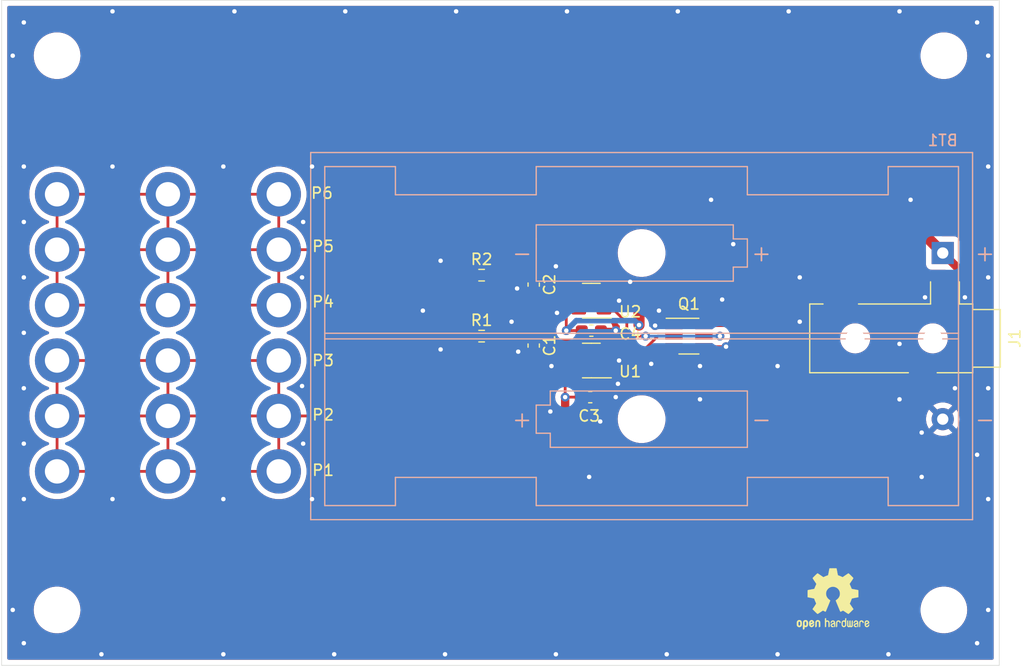
<source format=kicad_pcb>
(kicad_pcb (version 20201116) (generator pcbnew)
  (layers (0 "F.Cu" signal) (31 "B.Cu" signal) (34 "B.Paste" user) (35 "F.Paste" user) (36 "B.SilkS" user "B.Silkscreen") (37 "F.SilkS" user "F.Silkscreen") (38 "B.Mask" user) (39 "F.Mask" user) (44 "Edge.Cuts" user))
  (net 0 "")
  (net 1 "GND")
  (net 2 "+BATT")
  (net 3 "Net-(C1-Pad2)")
  (net 4 "Net-(C1-Pad1)")
  (net 5 "Net-(C2-Pad2)")
  (net 6 "Net-(C2-Pad1)")
  (net 7 "Net-(J1-PadT)")
  (net 8 "Net-(J1-PadR)")
  (net 9 "Net-(Q1-Pad5)")
  (net 10 "Net-(Q1-Pad2)")
  (net 11 "Net-(R1-Pad1)")
  (net 12 "Net-(R2-Pad1)")
  (footprint "Capacitor_SMD:C_0603_1608Metric_Pad1.08x0.95mm_HandSolder" (layer "F.Cu") (at 158 106.15 -90)
    (fp_text reference "C1" (at 0 -1.43 90) (layer "F.SilkS"))
    (fp_text value "2.2nF")
    (pad "1" smd roundrect (at -0.8625 0 270) (size 1.075 0.95) (layers "F.Cu" "F.Paste" "F.Mask") (net 4 "Net-(C1-Pad1)"))
    (pad "2" smd roundrect (at 0.8625 0 270) (size 1.075 0.95) (layers "F.Cu" "F.Paste" "F.Mask") (net 3 "Net-(C1-Pad2)"))
  )
  (footprint "MountingHole:MountingHole_3.2mm_M3" (layer "F.Cu") (at 115 80)
    (fp_text reference "H4" hide)
    (fp_text value "MountingHole")
    (pad "1" np_thru_hole circle (at 0 0) (size 3.2 3.2) (drill 3.2) (layers *.Cu *.Mask))
  )
  (footprint "Package_TO_SOT_SMD:SOT-23-6" (layer "F.Cu") (at 163.2 107.5 180)
    (fp_text reference "U1" (at -3.5 -1) (layer "F.SilkS"))
    (fp_text value "AT42QT1011-TSHR")
    (pad "1" smd roundrect (at -1.1375 -0.95 180) (size 1.325 0.6) (layers "F.Cu" "F.Paste" "F.Mask") (net 10 "Net-(Q1-Pad2)"))
    (pad "2" smd roundrect (at -1.1375 0 180) (size 1.325 0.6) (layers "F.Cu" "F.Paste" "F.Mask") (net 1 "GND"))
    (pad "3" smd roundrect (at -1.1375 0.95 180) (size 1.325 0.6) (layers "F.Cu" "F.Paste" "F.Mask") (net 4 "Net-(C1-Pad1)"))
    (pad "4" smd roundrect (at 1.1375 0.95 180) (size 1.325 0.6) (layers "F.Cu" "F.Paste" "F.Mask") (net 3 "Net-(C1-Pad2)"))
    (pad "5" smd roundrect (at 1.1375 0 180) (size 1.325 0.6) (layers "F.Cu" "F.Paste" "F.Mask") (net 2 "+BATT"))
    (pad "6" smd roundrect (at 1.1375 -0.95 180) (size 1.325 0.6) (layers "F.Cu" "F.Paste" "F.Mask") (net 2 "+BATT"))
  )
  (footprint "08-TouchKey:PaddleBase" (layer "F.Cu") (at 125 102.5)
    (fp_text reference "P4" (at 14 -0.3 unlocked) (layer "F.SilkS"))
    (fp_text value "TouchPaddles")
    (pad "1" thru_hole circle (at -10 0) (size 4 4) (drill 2.2) (layers *.Cu *.Mask) (net 12 "Net-(R2-Pad1)"))
    (pad "1" thru_hole circle (at 10 0) (size 4 4) (drill 2.2) (layers *.Cu *.Mask) (net 12 "Net-(R2-Pad1)"))
    (pad "1" thru_hole circle (at 0 0) (size 4 4) (drill 2.2) (layers *.Cu *.Mask) (net 12 "Net-(R2-Pad1)"))
  )
  (footprint "Capacitor_SMD:C_0603_1608Metric_Pad1.08x0.95mm_HandSolder" (layer "F.Cu") (at 163.2 104.8)
    (fp_text reference "C4" (at 3.5 0.3) (layer "F.SilkS"))
    (fp_text value "100nF")
    (pad "1" smd roundrect (at -0.8625 0) (size 1.075 0.95) (layers "F.Cu" "F.Paste" "F.Mask") (net 2 "+BATT"))
    (pad "2" smd roundrect (at 0.8625 0) (size 1.075 0.95) (layers "F.Cu" "F.Paste" "F.Mask") (net 1 "GND"))
  )
  (footprint "MountingHole:MountingHole_3.2mm_M3" (layer "F.Cu") (at 115 130)
    (fp_text reference "H2" hide)
    (fp_text value "MountingHole")
    (pad "1" np_thru_hole circle (at 0 0) (size 3.2 3.2) (drill 3.2) (layers *.Cu *.Mask))
  )
  (footprint "Resistor_SMD:R_0603_1608Metric_Pad0.98x0.95mm_HandSolder" (layer "F.Cu") (at 153.3 105.3)
    (fp_text reference "R1" (at 0 -1.43) (layer "F.SilkS"))
    (fp_text value "22k")
    (pad "1" smd roundrect (at -0.9125 0) (size 0.975 0.95) (layers "F.Cu" "F.Paste" "F.Mask") (net 11 "Net-(R1-Pad1)"))
    (pad "2" smd roundrect (at 0.9125 0) (size 0.975 0.95) (layers "F.Cu" "F.Paste" "F.Mask") (net 4 "Net-(C1-Pad1)"))
  )
  (footprint "Capacitor_SMD:C_0603_1608Metric_Pad1.08x0.95mm_HandSolder" (layer "F.Cu") (at 158 100.65 -90)
    (fp_text reference "C2" (at 0 -1.43 90) (layer "F.SilkS"))
    (fp_text value "2.2nF")
    (pad "1" smd roundrect (at -0.8625 0 270) (size 1.075 0.95) (layers "F.Cu" "F.Paste" "F.Mask") (net 6 "Net-(C2-Pad1)"))
    (pad "2" smd roundrect (at 0.8625 0 270) (size 1.075 0.95) (layers "F.Cu" "F.Paste" "F.Mask") (net 5 "Net-(C2-Pad2)"))
  )
  (footprint "MountingHole:MountingHole_3.2mm_M3" (layer "F.Cu") (at 195 130)
    (fp_text reference "H1" hide)
    (fp_text value "MountingHole")
    (pad "1" np_thru_hole circle (at 0 0) (size 3.2 3.2) (drill 3.2) (layers *.Cu *.Mask))
  )
  (footprint "08-TouchKey:PaddleBase" (layer "F.Cu") (at 125 107.5)
    (fp_text reference "P3" (at 14 0 unlocked) (layer "F.SilkS"))
    (fp_text value "TouchPaddles")
    (pad "1" thru_hole circle (at 0 0) (size 4 4) (drill 2.2) (layers *.Cu *.Mask) (net 11 "Net-(R1-Pad1)"))
    (pad "1" thru_hole circle (at 10 0) (size 4 4) (drill 2.2) (layers *.Cu *.Mask) (net 11 "Net-(R1-Pad1)"))
    (pad "1" thru_hole circle (at -10 0) (size 4 4) (drill 2.2) (layers *.Cu *.Mask) (net 11 "Net-(R1-Pad1)"))
  )
  (footprint "MountingHole:MountingHole_3.2mm_M3" (layer "F.Cu") (at 195 80)
    (fp_text reference "H3" hide)
    (fp_text value "MountingHole")
    (pad "1" np_thru_hole circle (at 0 0) (size 3.2 3.2) (drill 3.2) (layers *.Cu *.Mask))
  )
  (footprint "08-TouchKey:PaddleBase" (layer "F.Cu") (at 125 97.5)
    (fp_text reference "P5" (at 14 -0.3 unlocked) (layer "F.SilkS"))
    (fp_text value "TouchPaddles")
    (pad "1" thru_hole circle (at -10 0) (size 4 4) (drill 2.2) (layers *.Cu *.Mask) (net 12 "Net-(R2-Pad1)"))
    (pad "1" thru_hole circle (at 0 0) (size 4 4) (drill 2.2) (layers *.Cu *.Mask) (net 12 "Net-(R2-Pad1)"))
    (pad "1" thru_hole circle (at 10 0) (size 4 4) (drill 2.2) (layers *.Cu *.Mask) (net 12 "Net-(R2-Pad1)"))
  )
  (footprint "Symbol:OSHW-Logo2_7.3x6mm_SilkScreen" (layer "F.Cu") (at 185 129)
    (fp_text reference "REF**" hide)
    (fp_text value "OSHW-Logo2_7.3x6mm_SilkScreen" hide)
  )
  (footprint "08-TouchKey:PaddleBase" (layer "F.Cu") (at 125 117.5)
    (fp_text reference "P1" (at 14 -0.1 unlocked) (layer "F.SilkS"))
    (fp_text value "TouchPaddles")
    (pad "1" thru_hole circle (at -10 0) (size 4 4) (drill 2.2) (layers *.Cu *.Mask) (net 11 "Net-(R1-Pad1)"))
    (pad "1" thru_hole circle (at 0 0) (size 4 4) (drill 2.2) (layers *.Cu *.Mask) (net 11 "Net-(R1-Pad1)"))
    (pad "1" thru_hole circle (at 10 0) (size 4 4) (drill 2.2) (layers *.Cu *.Mask) (net 11 "Net-(R1-Pad1)"))
  )
  (footprint "Resistor_SMD:R_0603_1608Metric_Pad0.98x0.95mm_HandSolder" (layer "F.Cu") (at 153.3 99.8)
    (fp_text reference "R2" (at 0 -1.43) (layer "F.SilkS"))
    (fp_text value "22k")
    (pad "1" smd roundrect (at -0.9125 0) (size 0.975 0.95) (layers "F.Cu" "F.Paste" "F.Mask") (net 12 "Net-(R2-Pad1)"))
    (pad "2" smd roundrect (at 0.9125 0) (size 0.975 0.95) (layers "F.Cu" "F.Paste" "F.Mask") (net 6 "Net-(C2-Pad1)"))
  )
  (footprint "Package_TO_SOT_SMD:SOT-23-6_Handsoldering" (layer "F.Cu") (at 172 105.3)
    (fp_text reference "Q1" (at 0 -2.9) (layer "F.SilkS"))
    (fp_text value "Q_Dual_PMOS_S1G1D2S2G2D1")
    (pad "1" smd rect (at -1.35 -0.95) (size 1.56 0.65) (layers "F.Cu" "F.Paste" "F.Mask") (net 1 "GND"))
    (pad "2" smd rect (at -1.35 0) (size 1.56 0.65) (layers "F.Cu" "F.Paste" "F.Mask") (net 10 "Net-(Q1-Pad2)"))
    (pad "3" smd rect (at -1.35 0.95) (size 1.56 0.65) (layers "F.Cu" "F.Paste" "F.Mask") (net 8 "Net-(J1-PadR)"))
    (pad "4" smd rect (at 1.35 0.95) (size 1.56 0.65) (layers "F.Cu" "F.Paste" "F.Mask") (net 1 "GND"))
    (pad "5" smd rect (at 1.35 0) (size 1.56 0.65) (layers "F.Cu" "F.Paste" "F.Mask") (net 9 "Net-(Q1-Pad5)"))
    (pad "6" smd rect (at 1.35 -0.95) (size 1.56 0.65) (layers "F.Cu" "F.Paste" "F.Mask") (net 7 "Net-(J1-PadT)"))
  )
  (footprint "Package_TO_SOT_SMD:SOT-23-6" (layer "F.Cu") (at 163.2 102.1 180)
    (fp_text reference "U2" (at -3.5 -1) (layer "F.SilkS"))
    (fp_text value "AT42QT1011-TSHR")
    (pad "1" smd roundrect (at -1.1375 -0.95 180) (size 1.325 0.6) (layers "F.Cu" "F.Paste" "F.Mask") (net 9 "Net-(Q1-Pad5)"))
    (pad "2" smd roundrect (at -1.1375 0 180) (size 1.325 0.6) (layers "F.Cu" "F.Paste" "F.Mask") (net 1 "GND"))
    (pad "3" smd roundrect (at -1.1375 0.95 180) (size 1.325 0.6) (layers "F.Cu" "F.Paste" "F.Mask") (net 6 "Net-(C2-Pad1)"))
    (pad "4" smd roundrect (at 1.1375 0.95 180) (size 1.325 0.6) (layers "F.Cu" "F.Paste" "F.Mask") (net 5 "Net-(C2-Pad2)"))
    (pad "5" smd roundrect (at 1.1375 0 180) (size 1.325 0.6) (layers "F.Cu" "F.Paste" "F.Mask") (net 2 "+BATT"))
    (pad "6" smd roundrect (at 1.1375 -0.95 180) (size 1.325 0.6) (layers "F.Cu" "F.Paste" "F.Mask") (net 2 "+BATT"))
  )
  (footprint "Connector_Audio:Jack_3.5mm_CUI_SJ-3523-SMT_Horizontal" (layer "F.Cu") (at 191.5 105.5 -90)
    (fp_text reference "J1" (at 0 -9.9 90) (layer "F.SilkS"))
    (fp_text value "AudioJack3")
    (pad "" np_thru_hole circle (at 0 4.5 270) (size 1.7 1.7) (drill 1.7) (layers *.Cu *.Mask))
    (pad "" np_thru_hole circle (at 0 -2.5 270) (size 1.7 1.7) (drill 1.7) (layers *.Cu *.Mask))
    (pad "R" smd rect (at 3.7 -1.6 270) (size 2.8 2.2) (layers "F.Cu" "F.Paste" "F.Mask") (net 8 "Net-(J1-PadR)"))
    (pad "S" smd rect (at -3.7 -3.6 270) (size 2.8 2.2) (layers "F.Cu" "F.Paste" "F.Mask") (net 1 "GND"))
    (pad "T" smd rect (at -3.7 5.8 270) (size 2.8 2.8) (layers "F.Cu" "F.Paste" "F.Mask") (net 7 "Net-(J1-PadT)"))
  )
  (footprint "Capacitor_SMD:C_0603_1608Metric_Pad1.08x0.95mm_HandSolder" (layer "F.Cu") (at 163.1 110.8)
    (fp_text reference "C3" (at -0.1 1.7) (layer "F.SilkS"))
    (fp_text value "100nF")
    (pad "1" smd roundrect (at -0.8625 0) (size 1.075 0.95) (layers "F.Cu" "F.Paste" "F.Mask") (net 2 "+BATT"))
    (pad "2" smd roundrect (at 0.8625 0) (size 1.075 0.95) (layers "F.Cu" "F.Paste" "F.Mask") (net 1 "GND"))
  )
  (footprint "08-TouchKey:PaddleBase" (layer "F.Cu") (at 125 112.5)
    (fp_text reference "P2" (at 14 -0.1 unlocked) (layer "F.SilkS"))
    (fp_text value "TouchPaddles")
    (pad "1" thru_hole circle (at 10 0) (size 4 4) (drill 2.2) (layers *.Cu *.Mask) (net 11 "Net-(R1-Pad1)"))
    (pad "1" thru_hole circle (at -10 0) (size 4 4) (drill 2.2) (layers *.Cu *.Mask) (net 11 "Net-(R1-Pad1)"))
    (pad "1" thru_hole circle (at 0 0) (size 4 4) (drill 2.2) (layers *.Cu *.Mask) (net 11 "Net-(R1-Pad1)"))
  )
  (footprint "08-TouchKey:PaddleBase" (layer "F.Cu") (at 125 92.5)
    (fp_text reference "P6" (at 13.9 -0.1 unlocked) (layer "F.SilkS"))
    (fp_text value "TouchPaddles")
    (pad "1" thru_hole circle (at -10 0) (size 4 4) (drill 2.2) (layers *.Cu *.Mask) (net 12 "Net-(R2-Pad1)"))
    (pad "1" thru_hole circle (at 0 0) (size 4 4) (drill 2.2) (layers *.Cu *.Mask) (net 12 "Net-(R2-Pad1)"))
    (pad "1" thru_hole circle (at 10 0) (size 4 4) (drill 2.2) (layers *.Cu *.Mask) (net 12 "Net-(R2-Pad1)"))
  )
  (footprint "Battery:BatteryHolder_Keystone_2462_2xAA" (layer "B.Cu") (at 194.9 97.8 180)
    (fp_text reference "BT1" (at 0 10.16 180) (layer "B.SilkS") (effects (justify mirror)))
    (fp_text value "2xAA")
    (fp_text user "+" (at -3.81 0) (layer "B.SilkS") (effects (font (size 1.5 1.5)) (justify mirror)))
    (fp_text user "-" (at 37.945 0) (layer "B.SilkS") (effects (font (size 1.5 1.5)) (justify mirror)))
    (fp_text user "-" (at 16.355 -14.99) (layer "B.SilkS") (effects (font (size 1.5 1.5)) (justify mirror)))
    (fp_text user "+" (at 16.355 0) (layer "B.SilkS") (effects (font (size 1.5 1.5)) (justify mirror)))
    (fp_text user "+" (at 37.945 -14.99) (layer "B.SilkS") (effects (font (size 1.5 1.5)) (justify mirror)))
    (fp_text user "-" (at -3.81 -14.99) (layer "B.SilkS") (effects (font (size 1.5 1.5)) (justify mirror)))
    (pad "" np_thru_hole circle (at 27.165 0 180) (size 3.3 3.3) (drill 3.3) (layers *.Cu *.Mask))
    (pad "" np_thru_hole circle (at 27.165 -14.99 180) (size 3.3 3.3) (drill 3.3) (layers *.Cu *.Mask))
    (pad "1" thru_hole rect (at 0 0 180) (size 2 2) (drill 1.02) (layers *.Cu *.Mask) (net 2 "+BATT"))
    (pad "2" thru_hole circle (at 0 -14.99 180) (size 2 2) (drill 1.02) (layers *.Cu *.Mask) (net 1 "GND"))
  )
  (gr_line (start 110 75) (end 110 90) (layer "Edge.Cuts") (width 0.05))
  (gr_line (start 200 135) (end 200 75) (layer "Edge.Cuts") (width 0.05))
  (gr_line (start 200 75) (end 110 75) (layer "Edge.Cuts") (width 0.05))
  (gr_line (start 110 90) (end 110 125) (layer "Edge.Cuts") (width 0.05))
  (gr_line (start 110 135) (end 200 135) (layer "Edge.Cuts") (width 0.05))
  (gr_line (start 110 125) (end 110 135) (layer "Edge.Cuts") (width 0.05))
  (segment (start 170.65 104.35) (end 168.95 104.35) (width 0.25) (layer "F.Cu") (net 1))
  (segment (start 195.1 101.8) (end 193.3 101.8) (width 0.25) (layer "F.Cu") (net 1))
  (segment (start 164.3375 102.1) (end 165.7 102.1) (width 0.25) (layer "F.Cu") (net 1))
  (segment (start 164.0375 110.8) (end 165.4 110.8) (width 0.25) (layer "F.Cu") (net 1))
  (segment (start 164.0375 104.8) (end 165.4 104.8) (width 0.25) (layer "F.Cu") (net 1))
  (segment (start 164.3375 107.5) (end 165.7 107.5) (width 0.25) (layer "F.Cu") (net 1))
  (segment (start 173.35 106.25) (end 175.35 106.25) (width 0.25) (layer "F.Cu") (net 1))
  (segment (start 195.1 101.8) (end 196.9 101.8) (width 0.25) (layer "F.Cu") (net 1))
  (via (at 137.2 95) (size 0.8) (drill 0.4) (layers "F.Cu" "B.Cu") (net 1))
  (via (at 156.6 106.7) (size 0.8) (drill 0.4) (layers "F.Cu" "B.Cu") (net 1))
  (via (at 163 118) (size 0.8) (drill 0.4) (layers "F.Cu" "B.Cu") (net 1))
  (via (at 165.6 109.6) (size 0.8) (drill 0.4) (layers "F.Cu" "B.Cu") (net 1))
  (via (at 112 77) (size 0.8) (drill 0.4) (layers "F.Cu" "B.Cu") (net 1))
  (via (at 156.5 101) (size 0.8) (drill 0.4) (layers "F.Cu" "B.Cu") (net 1))
  (via (at 165.7 107.5) (size 0.8) (drill 0.4) (layers "F.Cu" "B.Cu") (net 1))
  (via (at 199 100) (size 0.8) (drill 0.4) (layers "F.Cu" "B.Cu") (net 1))
  (via (at 112 120) (size 0.8) (drill 0.4) (layers "F.Cu" "B.Cu") (net 1))
  (via (at 160 99) (size 0.8) (drill 0.4) (layers "F.Cu" "B.Cu") (net 1))
  (via (at 131 76) (size 0.8) (drill 0.4) (layers "F.Cu" "B.Cu") (net 1))
  (via (at 137.1 109.8) (size 0.8) (drill 0.4) (layers "F.Cu" "B.Cu") (net 1))
  (via (at 181 76) (size 0.8) (drill 0.4) (layers "F.Cu" "B.Cu") (net 1))
  (via (at 149.6 98.5) (size 0.8) (drill 0.4) (layers "F.Cu" "B.Cu") (net 1))
  (via (at 193 114) (size 0.8) (drill 0.4) (layers "F.Cu" "B.Cu") (net 1))
  (via (at 198 77) (size 0.8) (drill 0.4) (layers "F.Cu" "B.Cu") (net 1))
  (via (at 190 134) (size 0.8) (drill 0.4) (layers "F.Cu" "B.Cu") (net 1))
  (via (at 112 100) (size 0.8) (drill 0.4) (layers "F.Cu" "B.Cu") (net 1))
  (via (at 130 90) (size 0.8) (drill 0.4) (layers "F.Cu" "B.Cu") (net 1))
  (via (at 198 116) (size 0.8) (drill 0.4) (layers "F.Cu" "B.Cu") (net 1))
  (via (at 168.95 104.35) (size 0.8) (drill 0.4) (layers "F.Cu" "B.Cu") (net 1))
  (via (at 165.4 110.8) (size 0.8) (drill 0.4) (layers "F.Cu" "B.Cu") (net 1))
  (via (at 137.2 115) (size 0.8) (drill 0.4) (layers "F.Cu" "B.Cu") (net 1))
  (via (at 141 76) (size 0.8) (drill 0.4) (layers "F.Cu" "B.Cu") (net 1))
  (via (at 196.9 101.8) (size 0.8) (drill 0.4) (layers "F.Cu" "B.Cu") (net 1))
  (via (at 156 104) (size 0.8) (drill 0.4) (layers "F.Cu" "B.Cu") (net 1))
  (via (at 182 100) (size 0.8) (drill 0.4) (layers "F.Cu" "B.Cu") (net 1))
  (via (at 138 120) (size 0.8) (drill 0.4) (layers "F.Cu" "B.Cu") (net 1))
  (via (at 196 110) (size 0.8) (drill 0.4) (layers "F.Cu" "B.Cu") (net 1))
  (via (at 173 108) (size 0.8) (drill 0.4) (layers "F.Cu" "B.Cu") (net 1))
  (via (at 111 130) (size 0.8) (drill 0.4) (layers "F.Cu" "B.Cu") (net 1))
  (via (at 137.1 100) (size 0.8) (drill 0.4) (layers "F.Cu" "B.Cu") (net 1))
  (via (at 193 118) (size 0.8) (drill 0.4) (layers "F.Cu" "B.Cu") (net 1))
  (via (at 165.4 104.8) (size 0.8) (drill 0.4) (layers "F.Cu" "B.Cu") (net 1))
  (via (at 198 133) (size 0.8) (drill 0.4) (layers "F.Cu" "B.Cu") (net 1))
  (via (at 175.35 106.25) (size 0.8) (drill 0.4) (layers "F.Cu" "B.Cu") (net 1))
  (via (at 199 110) (size 0.8) (drill 0.4) (layers "F.Cu" "B.Cu") (net 1))
  (via (at 199 90) (size 0.8) (drill 0.4) (layers "F.Cu" "B.Cu") (net 1))
  (via (at 171 76) (size 0.8) (drill 0.4) (layers "F.Cu" "B.Cu") (net 1))
  (via (at 166.7 100.4) (size 0.8) (drill 0.4) (layers "F.Cu" "B.Cu") (net 1))
  (via (at 169.3 103) (size 0.8) (drill 0.4) (layers "F.Cu" "B.Cu") (net 1))
  (via (at 111 80) (size 0.8) (drill 0.4) (layers "F.Cu" "B.Cu") (net 1))
  (via (at 199 120) (size 0.8) (drill 0.4) (layers "F.Cu" "B.Cu") (net 1))
  (via (at 151 76) (size 0.8) (drill 0.4) (layers "F.Cu" "B.Cu") (net 1))
  (via (at 150 134) (size 0.8) (drill 0.4) (layers "F.Cu" "B.Cu") (net 1))
  (via (at 199 80) (size 0.8) (drill 0.4) (layers "F.Cu" "B.Cu") (net 1))
  (via (at 180 108) (size 0.8) (drill 0.4) (layers "F.Cu" "B.Cu") (net 1))
  (via (at 149.6 106.5) (size 0.8) (drill 0.4) (layers "F.Cu" "B.Cu") (net 1))
  (via (at 112 105) (size 0.8) (drill 0.4) (layers "F.Cu" "B.Cu") (net 1))
  (via (at 138 90) (size 0.8) (drill 0.4) (layers "F.Cu" "B.Cu") (net 1))
  (via (at 112 115) (size 0.8) (drill 0.4) (layers "F.Cu" "B.Cu") (net 1))
  (via (at 168.6 107.8) (size 0.8) (drill 0.4) (layers "F.Cu" "B.Cu") (net 1))
  (via (at 164 113) (size 0.8) (drill 0.4) (layers "F.Cu" "B.Cu") (net 1))
  (via (at 173 111) (size 0.8) (drill 0.4) (layers "F.Cu" "B.Cu") (net 1))
  (via (at 112 90) (size 0.8) (drill 0.4) (layers "F.Cu" "B.Cu") (net 1))
  (via (at 191 111) (size 0.8) (drill 0.4) (layers "F.Cu" "B.Cu") (net 1))
  (via (at 112 95) (size 0.8) (drill 0.4) (layers "F.Cu" "B.Cu") (net 1))
  (via (at 112 133) (size 0.8) (drill 0.4) (layers "F.Cu" "B.Cu") (net 1))
  (via (at 199 130) (size 0.8) (drill 0.4) (layers "F.Cu" "B.Cu") (net 1))
  (via (at 159.6 108) (size 0.8) (drill 0.4) (layers "F.Cu" "B.Cu") (net 1))
  (via (at 120 90) (size 0.8) (drill 0.4) (layers "F.Cu" "B.Cu") (net 1))
  (via (at 130 120) (size 0.8) (drill 0.4) (layers "F.Cu" "B.Cu") (net 1))
  (via (at 191 106) (size 0.8) (drill 0.4) (layers "F.Cu" "B.Cu") (net 1))
  (via (at 160 134) (size 0.8) (drill 0.4) (layers "F.Cu" "B.Cu") (net 1))
  (via (at 165.7 102.1) (size 0.8) (drill 0.4) (layers "F.Cu" "B.Cu") (net 1))
  (via (at 112 110) (size 0.8) (drill 0.4) (layers "F.Cu" "B.Cu") (net 1))
  (via (at 193.3 101.8) (size 0.8) (drill 0.4) (layers "F.Cu" "B.Cu") (net 1))
  (via (at 120 120) (size 0.8) (drill 0.4) (layers "F.Cu" "B.Cu") (net 1))
  (via (at 160.1 103.2) (size 0.8) (drill 0.4) (layers "F.Cu" "B.Cu") (net 1))
  (via (at 175 102) (size 0.8) (drill 0.4) (layers "F.Cu" "B.Cu") (net 1))
  (via (at 148 103) (size 0.8) (drill 0.4) (layers "F.Cu" "B.Cu") (net 1))
  (via (at 191 76) (size 0.8) (drill 0.4) (layers "F.Cu" "B.Cu") (net 1))
  (via (at 192 93) (size 0.8) (drill 0.4) (layers "F.Cu" "B.Cu") (net 1))
  (via (at 161 76) (size 0.8) (drill 0.4) (layers "F.Cu" "B.Cu") (net 1))
  (via (at 182 104) (size 0.8) (drill 0.4) (layers "F.Cu" "B.Cu") (net 1))
  (via (at 174 93) (size 0.8) (drill 0.4) (layers "F.Cu" "B.Cu") (net 1))
  (via (at 130 134) (size 0.8) (drill 0.4) (layers "F.Cu" "B.Cu") (net 1))
  (via (at 140 134) (size 0.8) (drill 0.4) (layers "F.Cu" "B.Cu") (net 1))
  (via (at 180 134) (size 0.8) (drill 0.4) (layers "F.Cu" "B.Cu") (net 1))
  (via (at 159.5 112.1) (size 0.8) (drill 0.4) (layers "F.Cu" "B.Cu") (net 1))
  (via (at 176 97) (size 0.8) (drill 0.4) (layers "F.Cu" "B.Cu") (net 1))
  (via (at 120 76) (size 0.8) (drill 0.4) (layers "F.Cu" "B.Cu") (net 1))
  (via (at 119 134) (size 0.8) (drill 0.4) (layers "F.Cu" "B.Cu") (net 1))
  (via (at 170 134) (size 0.8) (drill 0.4) (layers "F.Cu" "B.Cu") (net 1))
  (segment (start 167.5 103.2) (end 167.5 104.3) (width 1) (layer "F.Cu") (net 2))
  (segment (start 160.8375 110.8) (end 160.8375 108.4375) (width 0.25) (layer "F.Cu") (net 2))
  (segment (start 163.1 116.1) (end 160.8375 113.8375) (width 0.75) (layer "F.Cu") (net 2))
  (segment (start 161 107.5) (end 162.0625 107.5) (width 0.25) (layer "F.Cu") (net 2))
  (segment (start 197.9 113.5) (end 195.3 116.1) (width 0.75) (layer "F.Cu") (net 2))
  (segment (start 162.3 104.8) (end 160.9375 104.8) (width 0.25) (layer "F.Cu") (net 2))
  (segment (start 160.9375 103.0625) (end 160.9375 102.2625) (width 0.25) (layer "F.Cu") (net 2))
  (segment (start 160.8375 113.8375) (end 160.8375 110.8) (width 0.75) (layer "F.Cu") (net 2))
  (segment (start 160.8375 107.6625) (end 161 107.5) (width 0.25) (layer "F.Cu") (net 2))
  (segment (start 195.3 116.1) (end 163.1 116.1) (width 0.75) (layer "F.Cu") (net 2))
  (segment (start 197.9 100.8) (end 197.9 113.5) (width 0.75) (layer "F.Cu") (net 2))
  (segment (start 160.9375 104.8) (end 160.9375 103.0625) (width 0.25) (layer "F.Cu") (net 2))
  (segment (start 161.1 102.1) (end 162.0625 102.1) (width 0.25) (layer "F.Cu") (net 2))
  (segment (start 160.8375 108.4375) (end 160.8375 107.6625) (width 0.25) (layer "F.Cu") (net 2))
  (segment (start 162.2 110.8) (end 160.8375 110.8) (width 0.25) (layer "F.Cu") (net 2))
  (segment (start 162.0625 108.45) (end 160.85 108.45) (width 0.25) (layer "F.Cu") (net 2))
  (segment (start 194.9 97.8) (end 192.1 95) (width 1) (layer "F.Cu") (net 2))
  (segment (start 162.0625 103.05) (end 160.95 103.05) (width 0.25) (layer "F.Cu") (net 2))
  (segment (start 194.9 97.8) (end 197.9 100.8) (width 0.75) (layer "F.Cu") (net 2))
  (segment (start 160.95 103.05) (end 160.9375 103.0625) (width 0.25) (layer "F.Cu") (net 2))
  (segment (start 175.7 95) (end 167.5 103.2) (width 1) (layer "F.Cu") (net 2))
  (segment (start 160.9375 102.2625) (end 161.1 102.1) (width 0.25) (layer "F.Cu") (net 2))
  (segment (start 160.7375 104.6) (end 160.9375 104.8) (width 0.25) (layer "F.Cu") (net 2))
  (segment (start 192.1 95) (end 175.7 95) (width 1) (layer "F.Cu") (net 2))
  (segment (start 160.85 108.45) (end 160.8375 108.4375) (width 0.25) (layer "F.Cu") (net 2))
  (via (at 167.5 104.3) (size 0.8) (drill 0.4) (layers "F.Cu" "B.Cu") (net 2))
  (via (at 160.9375 104.8) (size 0.8) (drill 0.4) (layers "F.Cu" "B.Cu") (net 2))
  (via (at 160.8375 110.8) (size 0.8) (drill 0.4) (layers "F.Cu" "B.Cu") (net 2))
  (segment (start 167.5 104.3) (end 167.100001 103.900001) (width 0.5) (layer "B.Cu") (net 2))
  (segment (start 161.837499 103.900001) (end 160.9375 104.8) (width 0.5) (layer "B.Cu") (net 2))
  (segment (start 167.100001 103.900001) (end 161.837499 103.900001) (width 0.5) (layer "B.Cu") (net 2))
  (segment (start 162.0625 106.55) (end 159.3625 106.55) (width 0.25) (layer "F.Cu") (net 3))
  (segment (start 158.9 107.0125) (end 158 107.0125) (width 0.25) (layer "F.Cu") (net 3))
  (segment (start 159.3625 106.55) (end 158.9 107.0125) (width 0.25) (layer "F.Cu") (net 3))
  (segment (start 154.225 105.2875) (end 154.2125 105.3) (width 0.25) (layer "F.Cu") (net 4))
  (segment (start 164.3375 105.9375) (end 164.1 105.7) (width 0.25) (layer "F.Cu") (net 4))
  (segment (start 158 105.2875) (end 154.225 105.2875) (width 0.25) (layer "F.Cu") (net 4))
  (segment (start 159.275 105.7) (end 158.8625 105.2875) (width 0.25) (layer "F.Cu") (net 4))
  (segment (start 158.8625 105.2875) (end 158 105.2875) (width 0.25) (layer "F.Cu") (net 4))
  (segment (start 164.3375 106.55) (end 164.3375 105.9375) (width 0.25) (layer "F.Cu") (net 4))
  (segment (start 164.1 105.7) (end 159.275 105.7) (width 0.25) (layer "F.Cu") (net 4))
  (segment (start 159.0375 101.5125) (end 158 101.5125) (width 0.25) (layer "F.Cu") (net 5))
  (segment (start 162.1 101.1) (end 159.45 101.1) (width 0.25) (layer "F.Cu") (net 5))
  (segment (start 159.45 101.1) (end 159.0375 101.5125) (width 0.25) (layer "F.Cu") (net 5))
  (segment (start 164.1375 100.25) (end 164.375 100.4875) (width 0.25) (layer "F.Cu") (net 6))
  (segment (start 159.4 100.25) (end 164.1375 100.25) (width 0.25) (layer "F.Cu") (net 6))
  (segment (start 164.375 100.4875) (end 164.375 101.1) (width 0.25) (layer "F.Cu") (net 6))
  (segment (start 154.2125 99.8) (end 157.9875 99.8) (width 0.25) (layer "F.Cu") (net 6))
  (segment (start 157.9875 99.8) (end 158 99.7875) (width 0.25) (layer "F.Cu") (net 6))
  (segment (start 158.9375 99.7875) (end 159.4 100.25) (width 0.25) (layer "F.Cu") (net 6))
  (segment (start 158 99.7875) (end 158.9375 99.7875) (width 0.25) (layer "F.Cu") (net 6))
  (segment (start 179.15 104.35) (end 181.7 101.8) (width 0.25) (layer "F.Cu") (net 7))
  (segment (start 173.35 104.35) (end 179.15 104.35) (width 0.25) (layer "F.Cu") (net 7))
  (segment (start 181.7 101.8) (end 185.7 101.8) (width 0.25) (layer "F.Cu") (net 7))
  (segment (start 189.1 109.2) (end 193.1 109.2) (width 0.25) (layer "F.Cu") (net 8))
  (segment (start 170.65 106.25) (end 170.65 107.25) (width 0.25) (layer "F.Cu") (net 8))
  (segment (start 172.6 109.2) (end 189.1 109.2) (width 0.25) (layer "F.Cu") (net 8))
  (segment (start 170.65 107.25) (end 172.6 109.2) (width 0.25) (layer "F.Cu") (net 8))
  (segment (start 166.4 104.7) (end 167 105.3) (width 0.25) (layer "F.Cu") (net 9))
  (segment (start 164.3375 103.05) (end 165.35 103.05) (width 0.25) (layer "F.Cu") (net 9))
  (segment (start 166.4 104.1) (end 166.4 104.7) (width 0.25) (layer "F.Cu") (net 9))
  (segment (start 165.35 103.05) (end 166.4 104.1) (width 0.25) (layer "F.Cu") (net 9))
  (segment (start 167 105.3) (end 168.1 105.3) (width 0.25) (layer "F.Cu") (net 9))
  (segment (start 173.35 105.3) (end 174.8 105.3) (width 0.25) (layer "F.Cu") (net 9))
  (via (at 174.8 105.3) (size 0.8) (drill 0.4) (layers "F.Cu" "B.Cu") (net 9))
  (via (at 168.1 105.3) (size 0.8) (drill 0.4) (layers "F.Cu" "B.Cu") (net 9))
  (segment (start 168.1 105.3) (end 174.8 105.3) (width 0.25) (layer "B.Cu") (net 9))
  (segment (start 169.2 105.3) (end 170.65 105.3) (width 0.25) (layer "F.Cu") (net 10))
  (segment (start 164.3375 108.45) (end 166.05 108.45) (width 0.25) (layer "F.Cu") (net 10))
  (segment (start 166.05 108.45) (end 169.2 105.3) (width 0.25) (layer "F.Cu") (net 10))
  (segment (start 152.3875 105.3) (end 149.1 105.3) (width 0.25) (layer "F.Cu") (net 11))
  (segment (start 141.9 112.5) (end 135 112.5) (width 0.25) (layer "F.Cu") (net 11))
  (segment (start 115 107.5) (end 115 117.5) (width 0.25) (layer "F.Cu") (net 11))
  (segment (start 115 107.5) (end 135 107.5) (width 0.25) (layer "F.Cu") (net 11))
  (segment (start 125 107.5) (end 125 117.5) (width 0.25) (layer "F.Cu") (net 11))
  (segment (start 135 117.5) (end 115 117.5) (width 0.25) (layer "F.Cu") (net 11))
  (segment (start 115 112.5) (end 135 112.5) (width 0.25) (layer "F.Cu") (net 11))
  (segment (start 149.1 105.3) (end 141.9 112.5) (width 0.25) (layer "F.Cu") (net 11))
  (segment (start 135 107.5) (end 135 117.5) (width 0.25) (layer "F.Cu") (net 11))
  (segment (start 146.7 97.5) (end 149 99.8) (width 0.25) (layer "F.Cu") (net 12))
  (segment (start 115 92.5) (end 115 102.5) (width 0.25) (layer "F.Cu") (net 12))
  (segment (start 135 92.5) (end 135 102.5) (width 0.25) (layer "F.Cu") (net 12))
  (segment (start 149 99.8) (end 152.3875 99.8) (width 0.25) (layer "F.Cu") (net 12))
  (segment (start 134.6 97.5) (end 146.7 97.5) (width 0.25) (layer "F.Cu") (net 12))
  (segment (start 135 102.5) (end 115 102.5) (width 0.25) (layer "F.Cu") (net 12))
  (segment (start 114.6 97.5) (end 134.6 97.5) (width 0.25) (layer "F.Cu") (net 12))
  (segment (start 115 92.5) (end 135 92.5) (width 0.25) (layer "F.Cu") (net 12))
  (segment (start 125 92.5) (end 125 102.5) (width 0.25) (layer "F.Cu") (net 12))
  (zone (net 1) (net_name "GND") (layers F&B.Cu) (connect_pads (clearance 0.508)) (min_thickness 0.254) (fill yes (thermal_gap 0.508) (thermal_bridge_width 0.508))
    (polygon (pts (xy 200 135) (xy 110 135) (xy 110 75) (xy 200 75)))
  )
)
</source>
